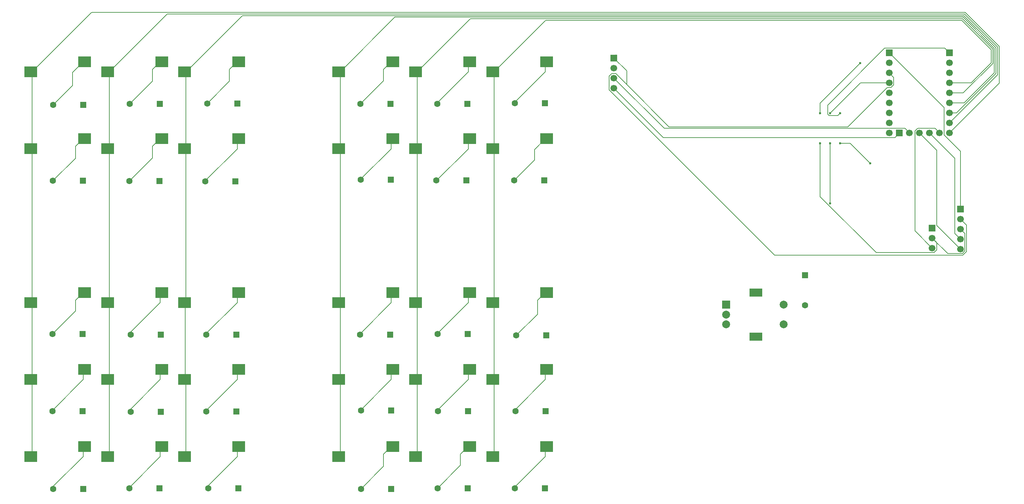
<source format=gbr>
%TF.GenerationSoftware,KiCad,Pcbnew,9.0.7*%
%TF.CreationDate,2026-01-24T03:10:21+09:00*%
%TF.ProjectId,YmmKeyboardMX,596d6d4b-6579-4626-9f61-72644d582e6b,rev?*%
%TF.SameCoordinates,Original*%
%TF.FileFunction,Copper,L2,Bot*%
%TF.FilePolarity,Positive*%
%FSLAX46Y46*%
G04 Gerber Fmt 4.6, Leading zero omitted, Abs format (unit mm)*
G04 Created by KiCad (PCBNEW 9.0.7) date 2026-01-24 03:10:21*
%MOMM*%
%LPD*%
G01*
G04 APERTURE LIST*
G04 Aperture macros list*
%AMRoundRect*
0 Rectangle with rounded corners*
0 $1 Rounding radius*
0 $2 $3 $4 $5 $6 $7 $8 $9 X,Y pos of 4 corners*
0 Add a 4 corners polygon primitive as box body*
4,1,4,$2,$3,$4,$5,$6,$7,$8,$9,$2,$3,0*
0 Add four circle primitives for the rounded corners*
1,1,$1+$1,$2,$3*
1,1,$1+$1,$4,$5*
1,1,$1+$1,$6,$7*
1,1,$1+$1,$8,$9*
0 Add four rect primitives between the rounded corners*
20,1,$1+$1,$2,$3,$4,$5,0*
20,1,$1+$1,$4,$5,$6,$7,0*
20,1,$1+$1,$6,$7,$8,$9,0*
20,1,$1+$1,$8,$9,$2,$3,0*%
G04 Aperture macros list end*
%TA.AperFunction,SMDPad,CuDef*%
%ADD10R,3.200000X2.780000*%
%TD*%
%TA.AperFunction,ComponentPad*%
%ADD11C,2.000000*%
%TD*%
%TA.AperFunction,ComponentPad*%
%ADD12R,3.200000X2.000000*%
%TD*%
%TA.AperFunction,ComponentPad*%
%ADD13R,2.000000X2.000000*%
%TD*%
%TA.AperFunction,ComponentPad*%
%ADD14RoundRect,0.250000X0.550000X0.550000X-0.550000X0.550000X-0.550000X-0.550000X0.550000X-0.550000X0*%
%TD*%
%TA.AperFunction,ComponentPad*%
%ADD15C,1.600000*%
%TD*%
%TA.AperFunction,ComponentPad*%
%ADD16C,1.700000*%
%TD*%
%TA.AperFunction,ComponentPad*%
%ADD17R,1.700000X1.700000*%
%TD*%
%TA.AperFunction,ComponentPad*%
%ADD18RoundRect,0.250000X-0.550000X0.550000X-0.550000X-0.550000X0.550000X-0.550000X0.550000X0.550000X0*%
%TD*%
%TA.AperFunction,ViaPad*%
%ADD19C,0.600000*%
%TD*%
%TA.AperFunction,Conductor*%
%ADD20C,0.200000*%
%TD*%
G04 APERTURE END LIST*
D10*
%TO.P,211,2,2*%
%TO.N,Net-(D14-K)*%
X65220000Y-103430000D03*
%TO.P,211,1,1*%
%TO.N,Net-(211-Pad1)*%
X51537000Y-105970000D03*
%TD*%
%TO.P,SW00,2,2*%
%TO.N,Net-(D2-A)*%
X45720000Y-44930000D03*
%TO.P,SW00,1,1*%
%TO.N,Net-(SW00-Pad1)*%
X32037000Y-47470000D03*
%TD*%
%TO.P,SW01,2,2*%
%TO.N,Net-(D2-K)*%
X65220000Y-44930000D03*
%TO.P,SW01,1,1*%
%TO.N,Net-(211-Pad1)*%
X51537000Y-47470000D03*
%TD*%
%TO.P,SW02,2,2*%
%TO.N,Net-(D3-K)*%
X84720000Y-44930000D03*
%TO.P,SW02,1,1*%
%TO.N,Net-(SW02-Pad1)*%
X71037000Y-47470000D03*
%TD*%
%TO.P,SW03,2,2*%
%TO.N,Net-(D4-K)*%
X123720000Y-44930000D03*
%TO.P,SW03,1,1*%
%TO.N,Net-(SW03-Pad1)*%
X110037000Y-47470000D03*
%TD*%
%TO.P,SW04,2,2*%
%TO.N,Net-(D5-K)*%
X143220000Y-44930000D03*
%TO.P,SW04,1,1*%
%TO.N,Net-(SW04-Pad1)*%
X129537000Y-47470000D03*
%TD*%
%TO.P,SW05,2,2*%
%TO.N,Net-(D6-K)*%
X162720000Y-44930000D03*
%TO.P,SW05,1,1*%
%TO.N,Net-(SW05-Pad1)*%
X149037000Y-47470000D03*
%TD*%
%TO.P,SW10,2,2*%
%TO.N,Net-(D8-A)*%
X45720000Y-64430000D03*
%TO.P,SW10,1,1*%
%TO.N,Net-(SW00-Pad1)*%
X32037000Y-66970000D03*
%TD*%
%TO.P,SW11,2,2*%
%TO.N,Net-(D8-K)*%
X65220000Y-64430000D03*
%TO.P,SW11,1,1*%
%TO.N,Net-(211-Pad1)*%
X51537000Y-66970000D03*
%TD*%
%TO.P,SW12,2,2*%
%TO.N,Net-(D10-A)*%
X84720000Y-64430000D03*
%TO.P,SW12,1,1*%
%TO.N,Net-(SW02-Pad1)*%
X71037000Y-66970000D03*
%TD*%
%TO.P,SW13,2,2*%
%TO.N,Net-(D10-K)*%
X123720000Y-64430000D03*
%TO.P,SW13,1,1*%
%TO.N,Net-(SW03-Pad1)*%
X110037000Y-66970000D03*
%TD*%
%TO.P,SW14,2,2*%
%TO.N,Net-(D11-K)*%
X143220000Y-64430000D03*
%TO.P,SW14,1,1*%
%TO.N,Net-(SW04-Pad1)*%
X129537000Y-66970000D03*
%TD*%
%TO.P,SW15,2,2*%
%TO.N,Net-(D12-K)*%
X162720000Y-64430000D03*
%TO.P,SW15,1,1*%
%TO.N,Net-(SW05-Pad1)*%
X149037000Y-66970000D03*
%TD*%
%TO.P,SW20,2,2*%
%TO.N,Net-(D14-A)*%
X45720000Y-103430000D03*
%TO.P,SW20,1,1*%
%TO.N,Net-(SW00-Pad1)*%
X32037000Y-105970000D03*
%TD*%
%TO.P,SW22,2,2*%
%TO.N,Net-(D15-K)*%
X84720000Y-103430000D03*
%TO.P,SW22,1,1*%
%TO.N,Net-(SW02-Pad1)*%
X71037000Y-105970000D03*
%TD*%
%TO.P,SW23,2,2*%
%TO.N,Net-(D16-K)*%
X123720000Y-103430000D03*
%TO.P,SW23,1,1*%
%TO.N,Net-(SW03-Pad1)*%
X110037000Y-105970000D03*
%TD*%
%TO.P,SW24,2,2*%
%TO.N,Net-(D17-K)*%
X143220000Y-103430000D03*
%TO.P,SW24,1,1*%
%TO.N,Net-(SW04-Pad1)*%
X129537000Y-105970000D03*
%TD*%
%TO.P,SW25,2,2*%
%TO.N,Net-(D18-K)*%
X162720000Y-103430000D03*
%TO.P,SW25,1,1*%
%TO.N,Net-(SW05-Pad1)*%
X149037000Y-105970000D03*
%TD*%
%TO.P,SW30,2,2*%
%TO.N,Net-(D20-A)*%
X45720000Y-122930000D03*
%TO.P,SW30,1,1*%
%TO.N,Net-(SW00-Pad1)*%
X32037000Y-125470000D03*
%TD*%
%TO.P,SW31,2,2*%
%TO.N,Net-(D20-K)*%
X65220000Y-122930000D03*
%TO.P,SW31,1,1*%
%TO.N,Net-(211-Pad1)*%
X51537000Y-125470000D03*
%TD*%
%TO.P,SW32,2,2*%
%TO.N,Net-(D21-K)*%
X84720000Y-122930000D03*
%TO.P,SW32,1,1*%
%TO.N,Net-(SW02-Pad1)*%
X71037000Y-125470000D03*
%TD*%
%TO.P,SW33,2,2*%
%TO.N,Net-(D22-K)*%
X123720000Y-122930000D03*
%TO.P,SW33,1,1*%
%TO.N,Net-(SW03-Pad1)*%
X110037000Y-125470000D03*
%TD*%
%TO.P,SW34,2,2*%
%TO.N,Net-(D23-K)*%
X143220000Y-122930000D03*
%TO.P,SW34,1,1*%
%TO.N,Net-(SW04-Pad1)*%
X129537000Y-125470000D03*
%TD*%
%TO.P,SW35,2,2*%
%TO.N,Net-(D24-K)*%
X162720000Y-122930000D03*
%TO.P,SW35,1,1*%
%TO.N,Net-(SW05-Pad1)*%
X149037000Y-125470000D03*
%TD*%
%TO.P,SW40,2,2*%
%TO.N,Net-(D26-A)*%
X45720000Y-142430000D03*
%TO.P,SW40,1,1*%
%TO.N,Net-(SW00-Pad1)*%
X32037000Y-144970000D03*
%TD*%
%TO.P,SW41,2,2*%
%TO.N,Net-(D26-K)*%
X65220000Y-142430000D03*
%TO.P,SW41,1,1*%
%TO.N,Net-(211-Pad1)*%
X51537000Y-144970000D03*
%TD*%
%TO.P,SW42,2,2*%
%TO.N,Net-(D27-K)*%
X84720000Y-142430000D03*
%TO.P,SW42,1,1*%
%TO.N,Net-(SW02-Pad1)*%
X71037000Y-144970000D03*
%TD*%
%TO.P,SW43,2,2*%
%TO.N,Net-(D28-K)*%
X123720000Y-142430000D03*
%TO.P,SW43,1,1*%
%TO.N,Net-(SW03-Pad1)*%
X110037000Y-144970000D03*
%TD*%
%TO.P,SW44,2,2*%
%TO.N,Net-(D29-K)*%
X143220000Y-142430000D03*
%TO.P,SW44,1,1*%
%TO.N,Net-(SW04-Pad1)*%
X129537000Y-144970000D03*
%TD*%
%TO.P,SW45,2,2*%
%TO.N,Net-(D30-K)*%
X162720000Y-142430000D03*
%TO.P,SW45,1,1*%
%TO.N,Net-(SW05-Pad1)*%
X149037000Y-144970000D03*
%TD*%
D11*
%TO.P,SW56,S2,S2*%
%TO.N,Net-(D32-A)*%
X222700000Y-106504000D03*
%TO.P,SW56,S1,S1*%
%TO.N,Net-(SW56-PadS1)*%
X222700000Y-111504000D03*
D12*
%TO.P,SW56,MP*%
%TO.N,N/C*%
X215700000Y-114604000D03*
X215700000Y-103404000D03*
D11*
%TO.P,SW56,C,C*%
%TO.N,Net-(J4-Pin_2)*%
X208200000Y-109004000D03*
%TO.P,SW56,B,B*%
%TO.N,Net-(SW56-PadB)*%
X208200000Y-111504000D03*
D13*
%TO.P,SW56,A,A*%
%TO.N,Net-(SW56-PadA)*%
X208200000Y-106504000D03*
%TD*%
D14*
%TO.P,D3,1,K*%
%TO.N,Net-(D3-K)*%
X64760000Y-55600000D03*
D15*
%TO.P,D3,2,A*%
%TO.N,Net-(D2-K)*%
X57140000Y-55600000D03*
%TD*%
%TO.P,D13,2,A*%
%TO.N,Net-(D12-K)*%
X154440000Y-75020000D03*
D14*
%TO.P,D13,1,K*%
%TO.N,Net-(D13-K)*%
X162060000Y-75020000D03*
%TD*%
D15*
%TO.P,D27,2,A*%
%TO.N,Net-(D26-K)*%
X57030000Y-153080000D03*
D14*
%TO.P,D27,1,K*%
%TO.N,Net-(D27-K)*%
X64650000Y-153080000D03*
%TD*%
D15*
%TO.P,D8,2,A*%
%TO.N,Net-(D8-A)*%
X37640000Y-75100000D03*
D14*
%TO.P,D8,1,K*%
%TO.N,Net-(D8-K)*%
X45260000Y-75100000D03*
%TD*%
D15*
%TO.P,D17,2,A*%
%TO.N,Net-(D16-K)*%
X115430000Y-114070000D03*
D14*
%TO.P,D17,1,K*%
%TO.N,Net-(D17-K)*%
X123050000Y-114070000D03*
%TD*%
D15*
%TO.P,D2,2,A*%
%TO.N,Net-(D2-A)*%
X37710000Y-55820000D03*
D14*
%TO.P,D2,1,K*%
%TO.N,Net-(D2-K)*%
X45330000Y-55820000D03*
%TD*%
D15*
%TO.P,D18,2,A*%
%TO.N,Net-(D17-K)*%
X135050000Y-113960000D03*
D14*
%TO.P,D18,1,K*%
%TO.N,Net-(D18-K)*%
X142670000Y-113960000D03*
%TD*%
D15*
%TO.P,D19,2,A*%
%TO.N,Net-(D18-K)*%
X155000000Y-114300000D03*
D14*
%TO.P,D19,1,K*%
%TO.N,Net-(D19-K)*%
X162620000Y-114300000D03*
%TD*%
D15*
%TO.P,D24,2,A*%
%TO.N,Net-(D23-K)*%
X135160000Y-133460000D03*
D14*
%TO.P,D24,1,K*%
%TO.N,Net-(D24-K)*%
X142780000Y-133460000D03*
%TD*%
D15*
%TO.P,D16,2,A*%
%TO.N,Net-(D15-K)*%
X76540000Y-114070000D03*
D14*
%TO.P,D16,1,K*%
%TO.N,Net-(D16-K)*%
X84160000Y-114070000D03*
%TD*%
D15*
%TO.P,D7,2,A*%
%TO.N,Net-(D6-K)*%
X154660000Y-55450000D03*
D14*
%TO.P,D7,1,K*%
%TO.N,Net-(D7-K)*%
X162280000Y-55450000D03*
%TD*%
D15*
%TO.P,D31,2,A*%
%TO.N,Net-(D30-K)*%
X154660000Y-153080000D03*
D14*
%TO.P,D31,1,K*%
%TO.N,Net-(D31-K)*%
X162280000Y-153080000D03*
%TD*%
D15*
%TO.P,D30,2,A*%
%TO.N,Net-(D29-K)*%
X135050000Y-153080000D03*
D14*
%TO.P,D30,1,K*%
%TO.N,Net-(D30-K)*%
X142670000Y-153080000D03*
%TD*%
D15*
%TO.P,D21,2,A*%
%TO.N,Net-(D20-K)*%
X57370000Y-133690000D03*
D14*
%TO.P,D21,1,K*%
%TO.N,Net-(D21-K)*%
X64990000Y-133690000D03*
%TD*%
D15*
%TO.P,D25,2,A*%
%TO.N,Net-(D24-K)*%
X154780000Y-133460000D03*
D14*
%TO.P,D25,1,K*%
%TO.N,Net-(D25-K)*%
X162400000Y-133460000D03*
%TD*%
D15*
%TO.P,D29,2,A*%
%TO.N,Net-(D28-K)*%
X115660000Y-153190000D03*
D14*
%TO.P,D29,1,K*%
%TO.N,Net-(D29-K)*%
X123280000Y-153190000D03*
%TD*%
D15*
%TO.P,D26,2,A*%
%TO.N,Net-(D26-A)*%
X37750000Y-153190000D03*
D14*
%TO.P,D26,1,K*%
%TO.N,Net-(D26-K)*%
X45370000Y-153190000D03*
%TD*%
D15*
%TO.P,D20,2,A*%
%TO.N,Net-(D20-A)*%
X37530000Y-133460000D03*
D14*
%TO.P,D20,1,K*%
%TO.N,Net-(D20-K)*%
X45150000Y-133460000D03*
%TD*%
D15*
%TO.P,D5,2,A*%
%TO.N,Net-(D4-K)*%
X115500000Y-55600000D03*
D14*
%TO.P,D5,1,K*%
%TO.N,Net-(D5-K)*%
X123120000Y-55600000D03*
%TD*%
D15*
%TO.P,D14,2,A*%
%TO.N,Net-(D14-A)*%
X37530000Y-113960000D03*
D14*
%TO.P,D14,1,K*%
%TO.N,Net-(D14-K)*%
X45150000Y-113960000D03*
%TD*%
D15*
%TO.P,D12,2,A*%
%TO.N,Net-(D11-K)*%
X134780000Y-75020000D03*
D14*
%TO.P,D12,1,K*%
%TO.N,Net-(D12-K)*%
X142400000Y-75020000D03*
%TD*%
D15*
%TO.P,D11,2,A*%
%TO.N,Net-(D10-K)*%
X115650000Y-74800000D03*
D14*
%TO.P,D11,1,K*%
%TO.N,Net-(D11-K)*%
X123270000Y-74800000D03*
%TD*%
D15*
%TO.P,D15,2,A*%
%TO.N,Net-(D14-K)*%
X57370000Y-114070000D03*
D14*
%TO.P,D15,1,K*%
%TO.N,Net-(D15-K)*%
X64990000Y-114070000D03*
%TD*%
D15*
%TO.P,D9,2,A*%
%TO.N,Net-(D8-K)*%
X56990000Y-75170000D03*
D14*
%TO.P,D9,1,K*%
%TO.N,Net-(D10-A)*%
X64610000Y-75170000D03*
%TD*%
D15*
%TO.P,D6,2,A*%
%TO.N,Net-(D5-K)*%
X135010000Y-55600000D03*
D14*
%TO.P,D6,1,K*%
%TO.N,Net-(D6-K)*%
X142630000Y-55600000D03*
%TD*%
D15*
%TO.P,D28,2,A*%
%TO.N,Net-(D27-K)*%
X76990000Y-153080000D03*
D14*
%TO.P,D28,1,K*%
%TO.N,Net-(D28-K)*%
X84610000Y-153080000D03*
%TD*%
D15*
%TO.P,D23,2,A*%
%TO.N,Net-(D22-K)*%
X115660000Y-133350000D03*
D14*
%TO.P,D23,1,K*%
%TO.N,Net-(D23-K)*%
X123280000Y-133350000D03*
%TD*%
D15*
%TO.P,D22,2,A*%
%TO.N,Net-(D21-K)*%
X76540000Y-133580000D03*
D14*
%TO.P,D22,1,K*%
%TO.N,Net-(D22-K)*%
X84160000Y-133580000D03*
%TD*%
D15*
%TO.P,D10,2,A*%
%TO.N,Net-(D10-A)*%
X76270000Y-75250000D03*
D14*
%TO.P,D10,1,K*%
%TO.N,Net-(D10-K)*%
X83890000Y-75250000D03*
%TD*%
D16*
%TO.P,J5,3,Pin_3*%
%TO.N,Net-(J5-Pin_3)*%
X260335000Y-92165000D03*
%TO.P,J5,2,Pin_2*%
%TO.N,Net-(J4-Pin_2)*%
X260335000Y-89625000D03*
D17*
%TO.P,J5,1,Pin_1*%
%TO.N,Net-(J5-Pin_1)*%
X260335000Y-87085000D03*
%TD*%
%TO.P,J4,1,Pin_1*%
%TO.N,Net-(J4-Pin_1)*%
X179700000Y-43980000D03*
D16*
%TO.P,J4,2,Pin_2*%
%TO.N,Net-(J4-Pin_2)*%
X179700000Y-46520000D03*
%TO.P,J4,3,Pin_3*%
%TO.N,Net-(J4-Pin_3)*%
X179700000Y-49060000D03*
%TO.P,J4,4,Pin_4*%
%TO.N,Net-(J4-Pin_4)*%
X179700000Y-51600000D03*
%TD*%
D17*
%TO.P,J6,1,Pin_1*%
%TO.N,Net-(J5-Pin_1)*%
X267500000Y-82260000D03*
D16*
%TO.P,J6,2,Pin_2*%
%TO.N,Net-(J4-Pin_1)*%
X267500000Y-84800000D03*
%TO.P,J6,3,Pin_3*%
%TO.N,Net-(J4-Pin_2)*%
X267500000Y-87340000D03*
%TO.P,J6,4,Pin_4*%
%TO.N,Net-(J6-Pin_4)*%
X267500000Y-89880000D03*
%TO.P,J6,5,Pin_5*%
%TO.N,Net-(J6-Pin_5)*%
X267500000Y-92420000D03*
%TD*%
D14*
%TO.P,D4,1,K*%
%TO.N,Net-(D4-K)*%
X84340000Y-55520000D03*
D15*
%TO.P,D4,2,A*%
%TO.N,Net-(D3-K)*%
X76720000Y-55520000D03*
%TD*%
%TO.P,D32,2,A*%
%TO.N,Net-(D32-A)*%
X228120000Y-106650000D03*
D18*
%TO.P,D32,1,K*%
%TO.N,Net-(D32-K)*%
X228120000Y-99030000D03*
%TD*%
D17*
%TO.P,U1,32,5V*%
%TO.N,Net-(J5-Pin_1)*%
X249450000Y-42650000D03*
D16*
%TO.P,U1,31,GND*%
%TO.N,Net-(J4-Pin_2)*%
X249450000Y-45190000D03*
%TO.P,U1,30,3V3*%
%TO.N,Net-(J4-Pin_1)*%
X249450000Y-47730000D03*
%TO.P,U1,29,29*%
%TO.N,Net-(D32-K)*%
X249450000Y-50270000D03*
%TO.P,U1,28,28*%
%TO.N,Net-(D7-K)*%
X249450000Y-52810000D03*
%TO.P,U1,27,27*%
%TO.N,Net-(D13-K)*%
X249450000Y-55350000D03*
%TO.P,U1,26,26*%
%TO.N,Net-(D19-K)*%
X249450000Y-57890000D03*
%TO.P,U1,15,15*%
%TO.N,Net-(D25-K)*%
X249450000Y-60430000D03*
%TO.P,U1,14,14*%
%TO.N,Net-(D31-K)*%
X249450000Y-62970000D03*
D17*
%TO.P,U1,13,13*%
%TO.N,Net-(J4-Pin_4)*%
X252040000Y-62970000D03*
D16*
%TO.P,U1,12,12*%
%TO.N,Net-(J4-Pin_3)*%
X254580000Y-62970000D03*
%TO.P,U1,11,11*%
%TO.N,Net-(J6-Pin_5)*%
X257120000Y-62970000D03*
%TO.P,U1,10,10*%
%TO.N,Net-(J6-Pin_4)*%
X259660000Y-62970000D03*
%TO.P,U1,9,9*%
%TO.N,Net-(J5-Pin_3)*%
X262200000Y-62970000D03*
%TO.P,U1,8,8*%
%TO.N,Net-(SW00-Pad1)*%
X264690000Y-62970000D03*
%TO.P,U1,7,7*%
%TO.N,Net-(211-Pad1)*%
X264690000Y-60430000D03*
%TO.P,U1,6,6*%
%TO.N,Net-(SW02-Pad1)*%
X264690000Y-57890000D03*
%TO.P,U1,5,5*%
%TO.N,Net-(SW03-Pad1)*%
X264690000Y-55350000D03*
%TO.P,U1,4,4*%
%TO.N,Net-(SW04-Pad1)*%
X264690000Y-52810000D03*
%TO.P,U1,3,3*%
%TO.N,Net-(SW05-Pad1)*%
X264690000Y-50270000D03*
%TO.P,U1,2,2*%
%TO.N,Net-(SW56-PadS1)*%
X264690000Y-47730000D03*
%TO.P,U1,1,1*%
%TO.N,Net-(SW56-PadB)*%
X264690000Y-45190000D03*
D17*
%TO.P,U1,0,0*%
%TO.N,Net-(SW56-PadA)*%
X264690000Y-42650000D03*
%TD*%
D19*
%TO.N,Net-(J4-Pin_2)*%
X242120000Y-45250000D03*
X231960000Y-57950000D03*
X231960000Y-65570000D03*
%TO.N,Net-(SW56-PadA)*%
X237040000Y-57950000D03*
%TO.N,Net-(D32-K)*%
X234500000Y-57950000D03*
X234500000Y-65570000D03*
%TO.N,Net-(SW56-PadA)*%
X237040000Y-65570000D03*
X244660000Y-70650000D03*
%TO.N,Net-(D32-K)*%
X234500000Y-80810000D03*
%TD*%
D20*
%TO.N,Net-(J4-Pin_1)*%
X182973880Y-47253880D02*
X182973880Y-50706120D01*
X179700000Y-43980000D02*
X182973880Y-47253880D01*
X182973880Y-50706120D02*
X193685760Y-61418000D01*
X179700000Y-43820000D02*
X180340000Y-43180000D01*
X179700000Y-43980000D02*
X179700000Y-43820000D01*
X180176760Y-47909000D02*
X182973880Y-50706120D01*
%TO.N,Net-(J4-Pin_2)*%
X231960000Y-55410000D02*
X242120000Y-45250000D01*
X231960000Y-57950000D02*
X231960000Y-55410000D01*
X231960000Y-79119943D02*
X231960000Y-65570000D01*
X260811760Y-93316000D02*
X246156057Y-93316000D01*
X261486000Y-92641760D02*
X260811760Y-93316000D01*
X246156057Y-93316000D02*
X231960000Y-79119943D01*
X261486000Y-90776000D02*
X261486000Y-92641760D01*
X260335000Y-89625000D02*
X261486000Y-90776000D01*
%TO.N,Net-(J4-Pin_1)*%
X250601000Y-50746760D02*
X250601000Y-48881000D01*
X249926760Y-51421000D02*
X250601000Y-50746760D01*
X248973240Y-51421000D02*
X249926760Y-51421000D01*
X179223240Y-47909000D02*
X180176760Y-47909000D01*
X238976240Y-61418000D02*
X248973240Y-51421000D01*
X178549000Y-48583240D02*
X179223240Y-47909000D01*
X178549000Y-52076760D02*
X178549000Y-48583240D01*
X220444240Y-93972000D02*
X178549000Y-52076760D01*
X268142860Y-93972000D02*
X220444240Y-93972000D01*
X193685760Y-61418000D02*
X238976240Y-61418000D01*
X269052000Y-93062860D02*
X268142860Y-93972000D01*
X269052000Y-86352000D02*
X269052000Y-93062860D01*
X267500000Y-84800000D02*
X269052000Y-86352000D01*
X250601000Y-48881000D02*
X249450000Y-47730000D01*
%TO.N,Net-(J4-Pin_2)*%
X268651000Y-92896760D02*
X268651000Y-88491000D01*
X264281000Y-93571000D02*
X267976760Y-93571000D01*
X268651000Y-88491000D02*
X267500000Y-87340000D01*
X260335000Y-89625000D02*
X264281000Y-93571000D01*
X267976760Y-93571000D02*
X268651000Y-92896760D01*
%TO.N,Net-(SW56-PadA)*%
X248299000Y-41499000D02*
X263539000Y-41499000D01*
X234251057Y-58551000D02*
X233899000Y-58198943D01*
X263539000Y-41499000D02*
X264690000Y-42650000D01*
X236439000Y-58551000D02*
X234251057Y-58551000D01*
X237040000Y-57950000D02*
X236439000Y-58551000D01*
X233899000Y-58198943D02*
X233899000Y-55899000D01*
X233899000Y-55899000D02*
X248299000Y-41499000D01*
%TO.N,Net-(D32-K)*%
X242180000Y-50270000D02*
X249450000Y-50270000D01*
X234500000Y-57950000D02*
X242180000Y-50270000D01*
%TO.N,Net-(SW56-PadA)*%
X239580000Y-65570000D02*
X237040000Y-65570000D01*
X244660000Y-70650000D02*
X239580000Y-65570000D01*
%TO.N,Net-(D32-K)*%
X234500000Y-80810000D02*
X234500000Y-65570000D01*
%TO.N,Net-(J5-Pin_1)*%
X263351000Y-56551000D02*
X249450000Y-42650000D01*
X267500000Y-67595760D02*
X263351000Y-63446760D01*
X267500000Y-82260000D02*
X267500000Y-67595760D01*
X263351000Y-63446760D02*
X263351000Y-56551000D01*
%TO.N,Net-(J5-Pin_3)*%
X255969000Y-87799000D02*
X260335000Y-92165000D01*
X255969000Y-62493240D02*
X255969000Y-87799000D01*
X256643240Y-61819000D02*
X255969000Y-62493240D01*
X261049000Y-61819000D02*
X256643240Y-61819000D01*
X262200000Y-62970000D02*
X261049000Y-61819000D01*
%TO.N,Net-(J6-Pin_4)*%
X266070000Y-88450000D02*
X267500000Y-89880000D01*
X266070000Y-69380000D02*
X266070000Y-88450000D01*
X259660000Y-62970000D02*
X266070000Y-69380000D01*
%TO.N,Net-(J6-Pin_5)*%
X261486000Y-67336000D02*
X261486000Y-86406000D01*
X261486000Y-86406000D02*
X267500000Y-92420000D01*
X257120000Y-62970000D02*
X261486000Y-67336000D01*
%TO.N,Net-(J4-Pin_3)*%
X192459000Y-61819000D02*
X179700000Y-49060000D01*
X253429000Y-61819000D02*
X192459000Y-61819000D01*
X254580000Y-62970000D02*
X253429000Y-61819000D01*
%TO.N,Net-(J4-Pin_4)*%
X192221000Y-64121000D02*
X179700000Y-51600000D01*
X250889000Y-64121000D02*
X192221000Y-64121000D01*
X252040000Y-62970000D02*
X250889000Y-64121000D01*
%TO.N,Net-(SW00-Pad1)*%
X277305000Y-41039500D02*
X277305000Y-50355000D01*
X47470000Y-32415000D02*
X268680500Y-32415000D01*
X32415000Y-47470000D02*
X47470000Y-32415000D01*
X268680500Y-32415000D02*
X277305000Y-41039500D01*
X277305000Y-50355000D02*
X264690000Y-62970000D01*
%TO.N,Net-(211-Pad1)*%
X276904000Y-48216000D02*
X264690000Y-60430000D01*
X66569000Y-32816000D02*
X268514400Y-32816000D01*
X276904000Y-41205600D02*
X276904000Y-48216000D01*
X51915000Y-47470000D02*
X66569000Y-32816000D01*
X268514400Y-32816000D02*
X276904000Y-41205600D01*
%TO.N,Net-(SW02-Pad1)*%
X276503000Y-47855100D02*
X266468100Y-57890000D01*
X276503000Y-41371700D02*
X276503000Y-47855100D01*
X266468100Y-57890000D02*
X264690000Y-57890000D01*
X268348300Y-33217000D02*
X276503000Y-41371700D01*
X85668000Y-33217000D02*
X268348300Y-33217000D01*
X71415000Y-47470000D02*
X85668000Y-33217000D01*
%TO.N,Net-(SW03-Pad1)*%
X276102000Y-47689000D02*
X268441000Y-55350000D01*
X276102000Y-41537800D02*
X276102000Y-47689000D01*
X268441000Y-55350000D02*
X264690000Y-55350000D01*
X268182200Y-33618000D02*
X276102000Y-41537800D01*
X124267000Y-33618000D02*
X268182200Y-33618000D01*
X110415000Y-47470000D02*
X124267000Y-33618000D01*
%TO.N,Net-(SW04-Pad1)*%
X268217100Y-52810000D02*
X264690000Y-52810000D01*
X275701000Y-41703900D02*
X275701000Y-45326100D01*
X268016100Y-34019000D02*
X275701000Y-41703900D01*
X143366000Y-34019000D02*
X268016100Y-34019000D01*
X129915000Y-47470000D02*
X143366000Y-34019000D01*
X275701000Y-45326100D02*
X268217100Y-52810000D01*
%TO.N,Net-(D18-K)*%
X160379000Y-108921000D02*
X155000000Y-114300000D01*
X160379000Y-105393000D02*
X160379000Y-108921000D01*
X162342000Y-103430000D02*
X160379000Y-105393000D01*
%TO.N,Net-(D17-K)*%
X135050000Y-113784816D02*
X135050000Y-113960000D01*
X142842000Y-105992816D02*
X135050000Y-113784816D01*
X142842000Y-103430000D02*
X142842000Y-105992816D01*
%TO.N,Net-(D16-K)*%
X115430000Y-113904816D02*
X115430000Y-114070000D01*
X123342000Y-105992816D02*
X115430000Y-113904816D01*
X123342000Y-103430000D02*
X123342000Y-105992816D01*
%TO.N,Net-(D22-K)*%
X115660000Y-133174816D02*
X115660000Y-133350000D01*
X123342000Y-125492816D02*
X115660000Y-133174816D01*
X123342000Y-122930000D02*
X123342000Y-125492816D01*
%TO.N,Net-(D23-K)*%
X135160000Y-133174816D02*
X135160000Y-133460000D01*
X142842000Y-125492816D02*
X135160000Y-133174816D01*
X142842000Y-122930000D02*
X142842000Y-125492816D01*
%TO.N,Net-(D24-K)*%
X154780000Y-133054816D02*
X154780000Y-133460000D01*
X162342000Y-125492816D02*
X154780000Y-133054816D01*
X162342000Y-122930000D02*
X162342000Y-125492816D01*
%TO.N,Net-(D30-K)*%
X154660000Y-152674816D02*
X154660000Y-153080000D01*
X162342000Y-144992816D02*
X154660000Y-152674816D01*
X162342000Y-142430000D02*
X162342000Y-144992816D01*
%TO.N,Net-(D29-K)*%
X140879000Y-147251000D02*
X135050000Y-153080000D01*
X140879000Y-144393000D02*
X140879000Y-147251000D01*
X142842000Y-142430000D02*
X140879000Y-144393000D01*
%TO.N,Net-(D28-K)*%
X121379000Y-147471000D02*
X115660000Y-153190000D01*
X123342000Y-142430000D02*
X121379000Y-144393000D01*
X121379000Y-144393000D02*
X121379000Y-147471000D01*
%TO.N,Net-(D27-K)*%
X76990000Y-152344816D02*
X76990000Y-153080000D01*
X84342000Y-144992816D02*
X76990000Y-152344816D01*
X84342000Y-142430000D02*
X84342000Y-144992816D01*
%TO.N,Net-(D26-K)*%
X57030000Y-152861530D02*
X57030000Y-153080000D01*
X64842000Y-145049530D02*
X57030000Y-152861530D01*
X64842000Y-142430000D02*
X64842000Y-145049530D01*
%TO.N,Net-(D26-A)*%
X45342000Y-144992816D02*
X37750000Y-152584816D01*
X37750000Y-152584816D02*
X37750000Y-153190000D01*
X45342000Y-142430000D02*
X45342000Y-144992816D01*
%TO.N,Net-(D20-A)*%
X37530000Y-133304816D02*
X37530000Y-133460000D01*
X45342000Y-122930000D02*
X45342000Y-125492816D01*
X45342000Y-125492816D02*
X37530000Y-133304816D01*
%TO.N,Net-(D20-K)*%
X64842000Y-125492816D02*
X57370000Y-132964816D01*
X57370000Y-132964816D02*
X57370000Y-133690000D01*
X64842000Y-122930000D02*
X64842000Y-125492816D01*
%TO.N,Net-(D21-K)*%
X84342000Y-125492816D02*
X76540000Y-133294816D01*
X84342000Y-122930000D02*
X84342000Y-125492816D01*
X76540000Y-133294816D02*
X76540000Y-133580000D01*
%TO.N,Net-(D15-K)*%
X76540000Y-113794816D02*
X76540000Y-114070000D01*
X84342000Y-105992816D02*
X76540000Y-113794816D01*
X84342000Y-103430000D02*
X84342000Y-105992816D01*
%TO.N,Net-(D14-K)*%
X57370000Y-113464816D02*
X57370000Y-114070000D01*
X64842000Y-103430000D02*
X64842000Y-105992816D01*
X64842000Y-105992816D02*
X57370000Y-113464816D01*
%TO.N,Net-(D14-A)*%
X43379000Y-108111000D02*
X37530000Y-113960000D01*
X43379000Y-105393000D02*
X43379000Y-108111000D01*
X45342000Y-103430000D02*
X43379000Y-105393000D01*
%TO.N,Net-(D10-K)*%
X115650000Y-74684816D02*
X115650000Y-74800000D01*
X123342000Y-66992816D02*
X115650000Y-74684816D01*
X123342000Y-64430000D02*
X123342000Y-66992816D01*
%TO.N,Net-(D10-A)*%
X76270000Y-75080000D02*
X76270000Y-75250000D01*
X84342000Y-67008000D02*
X76270000Y-75080000D01*
X84342000Y-64430000D02*
X84342000Y-67008000D01*
%TO.N,Net-(D8-K)*%
X62879000Y-69281000D02*
X56990000Y-75170000D01*
X62879000Y-66393000D02*
X62879000Y-69281000D01*
X64842000Y-64430000D02*
X62879000Y-66393000D01*
%TO.N,Net-(D8-A)*%
X43379000Y-66393000D02*
X43379000Y-69361000D01*
X45342000Y-64430000D02*
X43379000Y-66393000D01*
X43379000Y-69361000D02*
X37640000Y-75100000D01*
%TO.N,Net-(D11-K)*%
X134814816Y-75020000D02*
X134780000Y-75020000D01*
X142842000Y-66992816D02*
X134814816Y-75020000D01*
X142842000Y-64430000D02*
X142842000Y-66992816D01*
%TO.N,Net-(D12-K)*%
X159613000Y-69847000D02*
X154440000Y-75020000D01*
X159613000Y-67159000D02*
X159613000Y-69847000D01*
X162342000Y-64430000D02*
X159613000Y-67159000D01*
%TO.N,Net-(D6-K)*%
X154660000Y-55174816D02*
X154660000Y-55450000D01*
X162342000Y-47492816D02*
X154660000Y-55174816D01*
X162342000Y-44930000D02*
X162342000Y-47492816D01*
%TO.N,Net-(D5-K)*%
X142842000Y-47492816D02*
X135010000Y-55324816D01*
X135010000Y-55324816D02*
X135010000Y-55600000D01*
X142842000Y-44930000D02*
X142842000Y-47492816D01*
%TO.N,Net-(D4-K)*%
X121379000Y-49721000D02*
X115500000Y-55600000D01*
X121379000Y-46893000D02*
X121379000Y-49721000D01*
X123342000Y-44930000D02*
X121379000Y-46893000D01*
%TO.N,Net-(D3-K)*%
X82379000Y-49861000D02*
X76720000Y-55520000D01*
X82379000Y-46893000D02*
X82379000Y-49861000D01*
X84342000Y-44930000D02*
X82379000Y-46893000D01*
%TO.N,Net-(D2-K)*%
X62879000Y-49861000D02*
X57140000Y-55600000D01*
X62879000Y-46893000D02*
X62879000Y-49861000D01*
X64842000Y-44930000D02*
X62879000Y-46893000D01*
%TO.N,Net-(D2-A)*%
X42613000Y-50917000D02*
X37710000Y-55820000D01*
X42613000Y-47659000D02*
X42613000Y-50917000D01*
X45342000Y-44930000D02*
X42613000Y-47659000D01*
%TO.N,Net-(SW04-Pad1)*%
X129915000Y-105970000D02*
X129915000Y-66970000D01*
X129915000Y-47470000D02*
X129915000Y-66970000D01*
%TO.N,Net-(SW05-Pad1)*%
X149415000Y-66970000D02*
X149415000Y-47470000D01*
X149415000Y-105970000D02*
X149415000Y-66970000D01*
X149415000Y-105970000D02*
X149415000Y-125470000D01*
X149415000Y-144970000D02*
X149415000Y-125470000D01*
%TO.N,Net-(SW04-Pad1)*%
X129915000Y-125470000D02*
X129915000Y-105970000D01*
X129915000Y-144970000D02*
X129915000Y-125470000D01*
%TO.N,Net-(SW03-Pad1)*%
X110415000Y-105970000D02*
X110415000Y-125470000D01*
X110415000Y-144970000D02*
X110415000Y-125470000D01*
X110415000Y-66970000D02*
X110415000Y-105970000D01*
X110415000Y-47470000D02*
X110415000Y-66970000D01*
%TO.N,Net-(SW02-Pad1)*%
X71160000Y-125215000D02*
X71415000Y-125470000D01*
X71160000Y-106225000D02*
X71160000Y-125215000D01*
X71415000Y-105970000D02*
X71160000Y-106225000D01*
X71369000Y-144924000D02*
X71369000Y-125516000D01*
X71369000Y-125516000D02*
X71415000Y-125470000D01*
X71415000Y-144970000D02*
X71369000Y-144924000D01*
X71369000Y-66924000D02*
X71415000Y-66970000D01*
X71369000Y-47516000D02*
X71369000Y-66924000D01*
X71415000Y-47470000D02*
X71369000Y-47516000D01*
%TO.N,Net-(211-Pad1)*%
X51915000Y-47470000D02*
X51915000Y-66970000D01*
%TO.N,Net-(SW02-Pad1)*%
X71369000Y-105924000D02*
X71415000Y-105970000D01*
X71369000Y-67016000D02*
X71369000Y-105924000D01*
X71415000Y-66970000D02*
X71369000Y-67016000D01*
%TO.N,Net-(211-Pad1)*%
X51915000Y-105970000D02*
X51915000Y-66970000D01*
X51915000Y-105970000D02*
X51915000Y-125470000D01*
X51915000Y-144970000D02*
X51915000Y-125470000D01*
%TO.N,Net-(SW00-Pad1)*%
X32415000Y-125470000D02*
X32415000Y-144970000D01*
X32415000Y-105970000D02*
X32415000Y-125470000D01*
X32415000Y-66970000D02*
X32415000Y-105970000D01*
X32415000Y-47470000D02*
X32415000Y-66970000D01*
%TO.N,Net-(SW05-Pad1)*%
X149415000Y-47470000D02*
X162465000Y-34420000D01*
X267850000Y-34420000D02*
X275300000Y-41870000D01*
X162465000Y-34420000D02*
X267850000Y-34420000D01*
X275300000Y-41870000D02*
X275300000Y-45160000D01*
X275300000Y-45160000D02*
X270190000Y-50270000D01*
X270190000Y-50270000D02*
X264690000Y-50270000D01*
%TD*%
M02*

</source>
